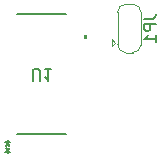
<source format=gbr>
%TF.GenerationSoftware,KiCad,Pcbnew,9.0.3*%
%TF.CreationDate,2025-08-11T18:10:46+02:00*%
%TF.ProjectId,pico-radio-5,7069636f-2d72-4616-9469-6f2d352e6b69,rev?*%
%TF.SameCoordinates,Original*%
%TF.FileFunction,Legend,Bot*%
%TF.FilePolarity,Positive*%
%FSLAX46Y46*%
G04 Gerber Fmt 4.6, Leading zero omitted, Abs format (unit mm)*
G04 Created by KiCad (PCBNEW 9.0.3) date 2025-08-11 18:10:46*
%MOMM*%
%LPD*%
G01*
G04 APERTURE LIST*
%ADD10C,0.150000*%
%ADD11C,0.152400*%
%ADD12C,0.000000*%
%ADD13C,0.120000*%
G04 APERTURE END LIST*
D10*
X57583795Y-74735180D02*
X57583795Y-73925657D01*
X57583795Y-73925657D02*
X57631414Y-73830419D01*
X57631414Y-73830419D02*
X57679033Y-73782800D01*
X57679033Y-73782800D02*
X57774271Y-73735180D01*
X57774271Y-73735180D02*
X57964747Y-73735180D01*
X57964747Y-73735180D02*
X58059985Y-73782800D01*
X58059985Y-73782800D02*
X58107604Y-73830419D01*
X58107604Y-73830419D02*
X58155223Y-73925657D01*
X58155223Y-73925657D02*
X58155223Y-74735180D01*
X59155223Y-73735180D02*
X58583795Y-73735180D01*
X58869509Y-73735180D02*
X58869509Y-74735180D01*
X58869509Y-74735180D02*
X58774271Y-74592323D01*
X58774271Y-74592323D02*
X58679033Y-74497085D01*
X58679033Y-74497085D02*
X58583795Y-74449466D01*
X55437400Y-80881980D02*
X55437400Y-80643885D01*
X55199305Y-80739123D02*
X55437400Y-80643885D01*
X55437400Y-80643885D02*
X55675495Y-80739123D01*
X55294543Y-80453409D02*
X55437400Y-80643885D01*
X55437400Y-80643885D02*
X55580257Y-80453409D01*
X55437399Y-79791619D02*
X55437399Y-80029714D01*
X55675494Y-79934476D02*
X55437399Y-80029714D01*
X55437399Y-80029714D02*
X55199304Y-79934476D01*
X55580256Y-80220190D02*
X55437399Y-80029714D01*
X55437399Y-80029714D02*
X55294542Y-80220190D01*
X67004819Y-69466666D02*
X67719104Y-69466666D01*
X67719104Y-69466666D02*
X67861961Y-69419047D01*
X67861961Y-69419047D02*
X67957200Y-69323809D01*
X67957200Y-69323809D02*
X68004819Y-69180952D01*
X68004819Y-69180952D02*
X68004819Y-69085714D01*
X68004819Y-69942857D02*
X67004819Y-69942857D01*
X67004819Y-69942857D02*
X67004819Y-70323809D01*
X67004819Y-70323809D02*
X67052438Y-70419047D01*
X67052438Y-70419047D02*
X67100057Y-70466666D01*
X67100057Y-70466666D02*
X67195295Y-70514285D01*
X67195295Y-70514285D02*
X67338152Y-70514285D01*
X67338152Y-70514285D02*
X67433390Y-70466666D01*
X67433390Y-70466666D02*
X67481009Y-70419047D01*
X67481009Y-70419047D02*
X67528628Y-70323809D01*
X67528628Y-70323809D02*
X67528628Y-69942857D01*
X68004819Y-71466666D02*
X68004819Y-70895238D01*
X68004819Y-71180952D02*
X67004819Y-71180952D01*
X67004819Y-71180952D02*
X67147676Y-71085714D01*
X67147676Y-71085714D02*
X67242914Y-70990476D01*
X67242914Y-70990476D02*
X67290533Y-70895238D01*
D11*
%TO.C,U1*%
X56262900Y-69110000D02*
X60428500Y-69110000D01*
X60428500Y-79270000D02*
X56262900Y-79270000D01*
D12*
G36*
X62206500Y-71205500D02*
G01*
X61952500Y-71205500D01*
X61952500Y-70824500D01*
X62206500Y-70824500D01*
X62206500Y-71205500D01*
G37*
D13*
%TO.C,JP1*%
X64250000Y-71800000D02*
X64250000Y-71200000D01*
X64550000Y-71500000D02*
X64250000Y-71200000D01*
X64550000Y-71500000D02*
X64250000Y-71800000D01*
X64750000Y-68900000D02*
X64750000Y-71700000D01*
X65450000Y-72350000D02*
X66050000Y-72350000D01*
X66050000Y-68250000D02*
X65450000Y-68250000D01*
X66750000Y-71700000D02*
X66750000Y-68900000D01*
X64750000Y-68950000D02*
G75*
G02*
X65450000Y-68250000I700000J0D01*
G01*
X65450000Y-72350000D02*
G75*
G02*
X64750000Y-71650000I-1J699999D01*
G01*
X66050000Y-68250000D02*
G75*
G02*
X66750000Y-68950000I0J-700000D01*
G01*
X66750000Y-71650000D02*
G75*
G02*
X66050000Y-72350000I-699999J-1D01*
G01*
%TD*%
M02*

</source>
